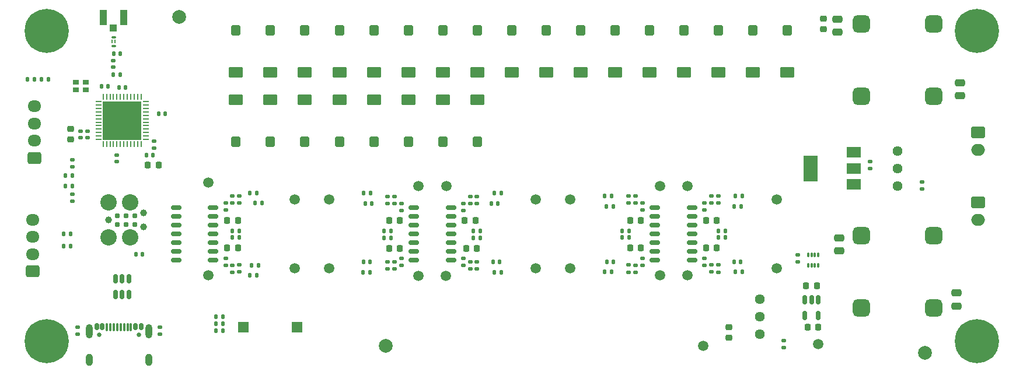
<source format=gbr>
%TF.GenerationSoftware,KiCad,Pcbnew,7.0.9*%
%TF.CreationDate,2024-04-08T22:34:53+02:00*%
%TF.ProjectId,ElectronicBLETarget,456c6563-7472-46f6-9e69-63424c455461,rev?*%
%TF.SameCoordinates,PX29f6300PY5a995c0*%
%TF.FileFunction,Soldermask,Top*%
%TF.FilePolarity,Negative*%
%FSLAX46Y46*%
G04 Gerber Fmt 4.6, Leading zero omitted, Abs format (unit mm)*
G04 Created by KiCad (PCBNEW 7.0.9) date 2024-04-08 22:34:53*
%MOMM*%
%LPD*%
G01*
G04 APERTURE LIST*
G04 Aperture macros list*
%AMRoundRect*
0 Rectangle with rounded corners*
0 $1 Rounding radius*
0 $2 $3 $4 $5 $6 $7 $8 $9 X,Y pos of 4 corners*
0 Add a 4 corners polygon primitive as box body*
4,1,4,$2,$3,$4,$5,$6,$7,$8,$9,$2,$3,0*
0 Add four circle primitives for the rounded corners*
1,1,$1+$1,$2,$3*
1,1,$1+$1,$4,$5*
1,1,$1+$1,$6,$7*
1,1,$1+$1,$8,$9*
0 Add four rect primitives between the rounded corners*
20,1,$1+$1,$2,$3,$4,$5,0*
20,1,$1+$1,$4,$5,$6,$7,0*
20,1,$1+$1,$6,$7,$8,$9,0*
20,1,$1+$1,$8,$9,$2,$3,0*%
G04 Aperture macros list end*
%ADD10R,1.000000X1.050000*%
%ADD11R,1.050000X2.200000*%
%ADD12RoundRect,0.140000X0.140000X0.170000X-0.140000X0.170000X-0.140000X-0.170000X0.140000X-0.170000X0*%
%ADD13RoundRect,0.187500X-0.862500X0.562500X-0.862500X-0.562500X0.862500X-0.562500X0.862500X0.562500X0*%
%ADD14RoundRect,0.162500X-0.487500X0.587500X-0.487500X-0.587500X0.487500X-0.587500X0.487500X0.587500X0*%
%ADD15RoundRect,0.175000X-0.825000X0.525000X-0.825000X-0.525000X0.825000X-0.525000X0.825000X0.525000X0*%
%ADD16RoundRect,0.150000X-0.450000X0.550000X-0.450000X-0.550000X0.450000X-0.550000X0.450000X0.550000X0*%
%ADD17R,0.900000X0.800000*%
%ADD18RoundRect,0.250000X-0.475000X0.250000X-0.475000X-0.250000X0.475000X-0.250000X0.475000X0.250000X0*%
%ADD19C,2.000000*%
%ADD20RoundRect,0.135000X-0.135000X-0.185000X0.135000X-0.185000X0.135000X0.185000X-0.135000X0.185000X0*%
%ADD21C,1.500000*%
%ADD22RoundRect,0.135000X-0.185000X0.135000X-0.185000X-0.135000X0.185000X-0.135000X0.185000X0.135000X0*%
%ADD23RoundRect,0.187500X0.862500X-0.562500X0.862500X0.562500X-0.862500X0.562500X-0.862500X-0.562500X0*%
%ADD24RoundRect,0.162500X0.487500X-0.587500X0.487500X0.587500X-0.487500X0.587500X-0.487500X-0.587500X0*%
%ADD25RoundRect,0.175000X0.825000X-0.525000X0.825000X0.525000X-0.825000X0.525000X-0.825000X-0.525000X0*%
%ADD26RoundRect,0.150000X0.450000X-0.550000X0.450000X0.550000X-0.450000X0.550000X-0.450000X-0.550000X0*%
%ADD27C,6.400000*%
%ADD28RoundRect,0.135000X0.135000X0.185000X-0.135000X0.185000X-0.135000X-0.185000X0.135000X-0.185000X0*%
%ADD29RoundRect,0.135000X0.185000X-0.135000X0.185000X0.135000X-0.185000X0.135000X-0.185000X-0.135000X0*%
%ADD30C,0.650000*%
%ADD31RoundRect,0.150000X-0.150000X-0.350000X0.150000X-0.350000X0.150000X0.350000X-0.150000X0.350000X0*%
%ADD32RoundRect,0.075000X-0.075000X-0.500000X0.075000X-0.500000X0.075000X0.500000X-0.075000X0.500000X0*%
%ADD33O,1.000000X2.100000*%
%ADD34O,1.000000X1.800000*%
%ADD35C,2.374900*%
%ADD36C,0.990600*%
%ADD37C,0.787400*%
%ADD38RoundRect,0.062500X0.375000X0.062500X-0.375000X0.062500X-0.375000X-0.062500X0.375000X-0.062500X0*%
%ADD39RoundRect,0.062500X0.062500X0.375000X-0.062500X0.375000X-0.062500X-0.375000X0.062500X-0.375000X0*%
%ADD40R,5.600000X5.600000*%
%ADD41RoundRect,0.225000X-0.250000X0.225000X-0.250000X-0.225000X0.250000X-0.225000X0.250000X0.225000X0*%
%ADD42RoundRect,0.147500X0.172500X-0.147500X0.172500X0.147500X-0.172500X0.147500X-0.172500X-0.147500X0*%
%ADD43R,2.000000X1.500000*%
%ADD44R,2.000000X3.800000*%
%ADD45R,1.500000X1.500000*%
%ADD46RoundRect,0.250000X0.725000X-0.600000X0.725000X0.600000X-0.725000X0.600000X-0.725000X-0.600000X0*%
%ADD47O,1.950000X1.700000*%
%ADD48RoundRect,0.050000X0.100000X-0.285000X0.100000X0.285000X-0.100000X0.285000X-0.100000X-0.285000X0*%
%ADD49RoundRect,0.225000X-0.225000X-0.250000X0.225000X-0.250000X0.225000X0.250000X-0.225000X0.250000X0*%
%ADD50RoundRect,0.147500X0.147500X0.172500X-0.147500X0.172500X-0.147500X-0.172500X0.147500X-0.172500X0*%
%ADD51RoundRect,0.225000X0.225000X0.250000X-0.225000X0.250000X-0.225000X-0.250000X0.225000X-0.250000X0*%
%ADD52RoundRect,0.068750X0.281250X-0.068750X0.281250X0.068750X-0.281250X0.068750X-0.281250X-0.068750X0*%
%ADD53RoundRect,0.062500X0.062500X-0.162500X0.062500X0.162500X-0.062500X0.162500X-0.062500X-0.162500X0*%
%ADD54RoundRect,0.140000X-0.170000X0.140000X-0.170000X-0.140000X0.170000X-0.140000X0.170000X0.140000X0*%
%ADD55RoundRect,0.150000X-0.600000X-0.150000X0.600000X-0.150000X0.600000X0.150000X-0.600000X0.150000X0*%
%ADD56RoundRect,0.250000X-0.750000X0.600000X-0.750000X-0.600000X0.750000X-0.600000X0.750000X0.600000X0*%
%ADD57O,2.000000X1.700000*%
%ADD58RoundRect,0.140000X-0.140000X-0.170000X0.140000X-0.170000X0.140000X0.170000X-0.140000X0.170000X0*%
%ADD59RoundRect,0.625000X0.625000X0.625000X-0.625000X0.625000X-0.625000X-0.625000X0.625000X-0.625000X0*%
%ADD60RoundRect,0.150000X0.600000X0.150000X-0.600000X0.150000X-0.600000X-0.150000X0.600000X-0.150000X0*%
%ADD61RoundRect,0.250000X0.475000X-0.250000X0.475000X0.250000X-0.475000X0.250000X-0.475000X-0.250000X0*%
%ADD62C,1.440000*%
%ADD63RoundRect,0.150000X-0.150000X0.512500X-0.150000X-0.512500X0.150000X-0.512500X0.150000X0.512500X0*%
%ADD64RoundRect,0.150000X0.150000X-0.512500X0.150000X0.512500X-0.150000X0.512500X-0.150000X-0.512500X0*%
G04 APERTURE END LIST*
D10*
%TO.C,J4*%
X14727500Y50437500D03*
D11*
X13252500Y51962500D03*
X16202500Y51962500D03*
%TD*%
D12*
%TO.C,C41*%
X36250000Y25000000D03*
X35290000Y25000000D03*
%TD*%
D13*
%TO.C,D13*%
X102500000Y43950000D03*
D14*
X102500000Y50050000D03*
D15*
X102500000Y43950000D03*
D16*
X102500000Y50050000D03*
%TD*%
D12*
%TO.C,C37*%
X105750000Y24500000D03*
X104790000Y24500000D03*
%TD*%
D17*
%TO.C,X1*%
X10680000Y42550000D03*
X9280000Y42550000D03*
X9280000Y41450000D03*
X10680000Y41450000D03*
%TD*%
D18*
%TO.C,C20*%
X120000000Y19950000D03*
X120000000Y18050000D03*
%TD*%
D19*
%TO.C,FM2*%
X24250000Y52000000D03*
%TD*%
D20*
%TO.C,R18*%
X53955000Y20960000D03*
X54975000Y20960000D03*
%TD*%
D21*
%TO.C,TP23*%
X28500000Y28000000D03*
%TD*%
D20*
%TO.C,R23*%
X53955000Y19960000D03*
X54975000Y19960000D03*
%TD*%
D22*
%TO.C,R55*%
X101490000Y26010000D03*
X101490000Y24990000D03*
%TD*%
D23*
%TO.C,D20*%
X57500000Y40050000D03*
D24*
X57500000Y33950000D03*
D25*
X57500000Y40050000D03*
D26*
X57500000Y33950000D03*
%TD*%
D27*
%TO.C,H2*%
X5000000Y5000000D03*
%TD*%
D13*
%TO.C,D4*%
X62500000Y43950000D03*
D14*
X62500000Y50050000D03*
D15*
X62500000Y43950000D03*
D16*
X62500000Y50050000D03*
%TD*%
D21*
%TO.C,TP10*%
X76025000Y25500000D03*
%TD*%
D27*
%TO.C,H4*%
X140000000Y5000000D03*
%TD*%
D28*
%TO.C,R63*%
X33010000Y21000000D03*
X31990000Y21000000D03*
%TD*%
D29*
%TO.C,R26*%
X67475000Y15450000D03*
X67475000Y16470000D03*
%TD*%
D12*
%TO.C,C39*%
X35730000Y16000000D03*
X34770000Y16000000D03*
%TD*%
D30*
%TO.C,J6*%
X12630000Y5925000D03*
X18410000Y5925000D03*
D31*
X12320000Y7075000D03*
X13120000Y7075000D03*
D32*
X14270000Y7000000D03*
X15270000Y7000000D03*
X15770000Y7000000D03*
X16770000Y7000000D03*
D31*
X17920000Y7075000D03*
X18720000Y7075000D03*
X18720000Y7075000D03*
X17920000Y7075000D03*
D32*
X17270000Y7000000D03*
X16270000Y7000000D03*
X14770000Y7000000D03*
X13770000Y7000000D03*
D31*
X13120000Y7075000D03*
X12320000Y7075000D03*
D33*
X11200000Y6425000D03*
D34*
X11200000Y2245000D03*
D33*
X19840000Y6425000D03*
D34*
X19840000Y2245000D03*
%TD*%
D19*
%TO.C,FM1*%
X132500000Y3250000D03*
%TD*%
D21*
%TO.C,TP3*%
X117000000Y4500000D03*
%TD*%
D22*
%TO.C,R49*%
X100490000Y17020000D03*
X100490000Y16000000D03*
%TD*%
D21*
%TO.C,TP20*%
X41000000Y15500000D03*
%TD*%
D35*
%TO.C,J3*%
X13980000Y25080000D03*
D36*
X13980000Y22540000D03*
D35*
X13980000Y20000000D03*
X17155000Y25080000D03*
X17155000Y20000000D03*
D36*
X19060000Y23556000D03*
X19060000Y21524000D03*
D37*
X15250000Y21905000D03*
X15250000Y23175000D03*
X16520000Y21905000D03*
X16520000Y23175000D03*
X17790000Y21905000D03*
X17790000Y23175000D03*
%TD*%
D29*
%TO.C,R30*%
X66475000Y15440000D03*
X66475000Y16460000D03*
%TD*%
D22*
%TO.C,R20*%
X55525000Y25970000D03*
X55525000Y24950000D03*
%TD*%
D28*
%TO.C,R53*%
X103500000Y21000000D03*
X102480000Y21000000D03*
%TD*%
D21*
%TO.C,TP1*%
X100250000Y4250000D03*
%TD*%
D22*
%TO.C,R40*%
X90490000Y26010000D03*
X90490000Y24990000D03*
%TD*%
D38*
%TO.C,U1*%
X19417500Y34250000D03*
X19417500Y34750000D03*
X19417500Y35250000D03*
X19417500Y35750000D03*
X19417500Y36250000D03*
X19417500Y36750000D03*
X19417500Y37250000D03*
X19417500Y37750000D03*
X19417500Y38250000D03*
X19417500Y38750000D03*
X19417500Y39250000D03*
X19417500Y39750000D03*
D39*
X18730000Y40437500D03*
X18230000Y40437500D03*
X17730000Y40437500D03*
X17230000Y40437500D03*
X16730000Y40437500D03*
X16230000Y40437500D03*
X15730000Y40437500D03*
X15230000Y40437500D03*
X14730000Y40437500D03*
X14230000Y40437500D03*
X13730000Y40437500D03*
X13230000Y40437500D03*
D38*
X12542500Y39750000D03*
X12542500Y39250000D03*
X12542500Y38750000D03*
X12542500Y38250000D03*
X12542500Y37750000D03*
X12542500Y37250000D03*
X12542500Y36750000D03*
X12542500Y36250000D03*
X12542500Y35750000D03*
X12542500Y35250000D03*
X12542500Y34750000D03*
X12542500Y34250000D03*
D39*
X13230000Y33562500D03*
X13730000Y33562500D03*
X14230000Y33562500D03*
X14730000Y33562500D03*
X15230000Y33562500D03*
X15730000Y33562500D03*
X16230000Y33562500D03*
X16730000Y33562500D03*
X17230000Y33562500D03*
X17730000Y33562500D03*
X18230000Y33562500D03*
X18730000Y33562500D03*
D40*
X15980000Y37000000D03*
%TD*%
D28*
%TO.C,R27*%
X70985000Y14960000D03*
X69965000Y14960000D03*
%TD*%
D13*
%TO.C,D8*%
X52500000Y43950000D03*
D14*
X52500000Y50050000D03*
D15*
X52500000Y43950000D03*
D16*
X52500000Y50050000D03*
%TD*%
D41*
%TO.C,C1*%
X117750000Y51775000D03*
X117750000Y50225000D03*
%TD*%
D42*
%TO.C,L1*%
X14727500Y44717500D03*
X14727500Y45687500D03*
%TD*%
D43*
%TO.C,U6*%
X122150000Y27750000D03*
X122150000Y30050000D03*
D44*
X115850000Y30050000D03*
D43*
X122150000Y32350000D03*
%TD*%
D45*
%TO.C,SW1*%
X33600000Y7000000D03*
X41400000Y7000000D03*
%TD*%
D46*
%TO.C,J2*%
X3250000Y31560000D03*
D47*
X3250000Y34060000D03*
X3250000Y36560000D03*
X3250000Y39060000D03*
%TD*%
D13*
%TO.C,D9*%
X92500000Y43950000D03*
D14*
X92500000Y50050000D03*
D15*
X92500000Y43950000D03*
D16*
X92500000Y50050000D03*
%TD*%
D20*
%TO.C,R17*%
X51005000Y26460000D03*
X52025000Y26460000D03*
%TD*%
D29*
%TO.C,R45*%
X90490000Y14980000D03*
X90490000Y16000000D03*
%TD*%
D48*
%TO.C,U5*%
X115500000Y16000000D03*
X116000000Y16000000D03*
X116500000Y16000000D03*
X117000000Y16000000D03*
X117000000Y17480000D03*
X116500000Y17480000D03*
X116000000Y17480000D03*
X115500000Y17480000D03*
%TD*%
D21*
%TO.C,TP13*%
X93990000Y27500000D03*
%TD*%
D20*
%TO.C,R37*%
X85980000Y26000000D03*
X87000000Y26000000D03*
%TD*%
D13*
%TO.C,D26*%
X72500000Y43950000D03*
D14*
X72500000Y50050000D03*
D15*
X72500000Y43950000D03*
D16*
X72500000Y50050000D03*
%TD*%
D28*
%TO.C,R52*%
X106000000Y26000000D03*
X104980000Y26000000D03*
%TD*%
D22*
%TO.C,R29*%
X65475000Y16970000D03*
X65475000Y15950000D03*
%TD*%
D49*
%TO.C,C36*%
X100715000Y18500000D03*
X102265000Y18500000D03*
%TD*%
D13*
%TO.C,D7*%
X87500000Y43950000D03*
D14*
X87500000Y50050000D03*
D15*
X87500000Y43950000D03*
D16*
X87500000Y50050000D03*
%TD*%
D13*
%TO.C,D17*%
X112500000Y43950000D03*
D14*
X112500000Y50050000D03*
D15*
X112500000Y43950000D03*
D16*
X112500000Y50050000D03*
%TD*%
D50*
%TO.C,D1*%
X3220000Y43000000D03*
X2250000Y43000000D03*
%TD*%
D20*
%TO.C,R9*%
X29590000Y8500000D03*
X30610000Y8500000D03*
%TD*%
D51*
%TO.C,C26*%
X56250000Y18460000D03*
X54700000Y18460000D03*
%TD*%
D22*
%TO.C,R1*%
X112000000Y5020000D03*
X112000000Y4000000D03*
%TD*%
D29*
%TO.C,R64*%
X31000000Y23990000D03*
X31000000Y25010000D03*
%TD*%
D21*
%TO.C,TP22*%
X41000000Y25500000D03*
%TD*%
D22*
%TO.C,R16*%
X54525000Y25970000D03*
X54525000Y24950000D03*
%TD*%
D20*
%TO.C,R3*%
X7740000Y29000000D03*
X8760000Y29000000D03*
%TD*%
D21*
%TO.C,TP18*%
X110990000Y25500000D03*
%TD*%
D27*
%TO.C,H1*%
X5000000Y50000000D03*
%TD*%
D28*
%TO.C,R32*%
X70985000Y26460000D03*
X69965000Y26460000D03*
%TD*%
D49*
%TO.C,C38*%
X100715000Y22500000D03*
X102265000Y22500000D03*
%TD*%
D28*
%TO.C,R33*%
X67985000Y20960000D03*
X66965000Y20960000D03*
%TD*%
D13*
%TO.C,D10*%
X47500000Y43950000D03*
D14*
X47500000Y50050000D03*
D15*
X47500000Y43950000D03*
D16*
X47500000Y50050000D03*
%TD*%
D19*
%TO.C,FM3*%
X54250000Y4250000D03*
%TD*%
D52*
%TO.C,FLT1*%
X14750000Y47825000D03*
D53*
X14977500Y48437500D03*
D52*
X14750000Y49050000D03*
D53*
X14522500Y48437500D03*
%TD*%
D13*
%TO.C,D11*%
X97500000Y43950000D03*
D14*
X97500000Y50050000D03*
D15*
X97500000Y43950000D03*
D16*
X97500000Y50050000D03*
%TD*%
D54*
%TO.C,C7*%
X9980000Y35460000D03*
X9980000Y34500000D03*
%TD*%
D13*
%TO.C,D14*%
X37500000Y43950000D03*
D14*
X37500000Y50050000D03*
D15*
X37500000Y43950000D03*
D16*
X37500000Y50050000D03*
%TD*%
D29*
%TO.C,R46*%
X102490000Y14990000D03*
X102490000Y16010000D03*
%TD*%
D20*
%TO.C,R22*%
X50965000Y14980000D03*
X51985000Y14980000D03*
%TD*%
D18*
%TO.C,C19*%
X119750000Y51700000D03*
X119750000Y49800000D03*
%TD*%
D55*
%TO.C,U9*%
X93290000Y24310000D03*
X93290000Y23040000D03*
X93290000Y21770000D03*
X93290000Y20500000D03*
X93290000Y19230000D03*
X93290000Y17960000D03*
X93290000Y16690000D03*
X98690000Y16690000D03*
X98690000Y17960000D03*
X98690000Y19230000D03*
X98690000Y20500000D03*
X98690000Y21770000D03*
X98690000Y23040000D03*
X98690000Y24310000D03*
%TD*%
D56*
%TO.C,J7*%
X140150000Y25110000D03*
D57*
X140150000Y22610000D03*
%TD*%
D51*
%TO.C,C24*%
X56250000Y22460000D03*
X54700000Y22460000D03*
%TD*%
D56*
%TO.C,J5*%
X140150000Y35270000D03*
D57*
X140150000Y32770000D03*
%TD*%
D28*
%TO.C,R47*%
X105990000Y15000000D03*
X104970000Y15000000D03*
%TD*%
D21*
%TO.C,TP12*%
X80990000Y25500000D03*
%TD*%
D29*
%TO.C,R54*%
X100490000Y23990000D03*
X100490000Y25010000D03*
%TD*%
D58*
%TO.C,C8*%
X15524999Y41750000D03*
X16484999Y41750000D03*
%TD*%
D29*
%TO.C,R56*%
X33000000Y15000000D03*
X33000000Y16020000D03*
%TD*%
D22*
%TO.C,R7*%
X8750000Y31260000D03*
X8750000Y30240000D03*
%TD*%
D12*
%TO.C,C29*%
X70480000Y24960000D03*
X69520000Y24960000D03*
%TD*%
D58*
%TO.C,C33*%
X86290000Y16500000D03*
X87250000Y16500000D03*
%TD*%
D59*
%TO.C,U3*%
X133750000Y9750000D03*
X133750000Y20250000D03*
X123250000Y20250000D03*
X123250000Y9750000D03*
%TD*%
D60*
%TO.C,U10*%
X29200000Y16690000D03*
X29200000Y17960000D03*
X29200000Y19230000D03*
X29200000Y20500000D03*
X29200000Y21770000D03*
X29200000Y23040000D03*
X29200000Y24310000D03*
X23800000Y24310000D03*
X23800000Y23040000D03*
X23800000Y21770000D03*
X23800000Y20500000D03*
X23800000Y19230000D03*
X23800000Y17960000D03*
X23800000Y16690000D03*
%TD*%
D21*
%TO.C,TP15*%
X93990000Y14500000D03*
%TD*%
%TO.C,TP19*%
X97990000Y27500000D03*
%TD*%
D20*
%TO.C,R5*%
X7480000Y20500000D03*
X8500000Y20500000D03*
%TD*%
%TO.C,R42*%
X85980000Y15000000D03*
X87000000Y15000000D03*
%TD*%
D12*
%TO.C,C35*%
X105730000Y16500000D03*
X104770000Y16500000D03*
%TD*%
D58*
%TO.C,C6*%
X19475000Y32000000D03*
X20435000Y32000000D03*
%TD*%
D29*
%TO.C,R41*%
X89490000Y14990000D03*
X89490000Y16010000D03*
%TD*%
D58*
%TO.C,C5*%
X21270000Y38000000D03*
X22230000Y38000000D03*
%TD*%
%TO.C,C13*%
X13000000Y42000000D03*
X13960000Y42000000D03*
%TD*%
D23*
%TO.C,D25*%
X32500000Y40050000D03*
D24*
X32500000Y33950000D03*
D25*
X32500000Y40050000D03*
D26*
X32500000Y33950000D03*
%TD*%
D22*
%TO.C,R24*%
X56475000Y16970000D03*
X56475000Y15950000D03*
%TD*%
D61*
%TO.C,C17*%
X137500000Y40600000D03*
X137500000Y42500000D03*
%TD*%
D21*
%TO.C,TP9*%
X62975000Y14460000D03*
%TD*%
D62*
%TO.C,RV2*%
X128500000Y27500000D03*
X128500000Y30040000D03*
X128500000Y32580000D03*
%TD*%
%TO.C,RV1*%
X108500000Y6000000D03*
X108500000Y8540000D03*
X108500000Y11080000D03*
%TD*%
D21*
%TO.C,TP14*%
X80990000Y15500000D03*
%TD*%
D28*
%TO.C,R48*%
X103500000Y20000000D03*
X102480000Y20000000D03*
%TD*%
D21*
%TO.C,TP11*%
X63000000Y27500000D03*
%TD*%
D13*
%TO.C,D2*%
X67500000Y43950000D03*
D14*
X67500000Y50050000D03*
D15*
X67500000Y43950000D03*
D16*
X67500000Y50050000D03*
%TD*%
D28*
%TO.C,R58*%
X33000000Y20000000D03*
X31980000Y20000000D03*
%TD*%
D23*
%TO.C,D23*%
X42500000Y40050000D03*
D24*
X42500000Y33950000D03*
D25*
X42500000Y40050000D03*
D26*
X42500000Y33950000D03*
%TD*%
D58*
%TO.C,C15*%
X14747500Y46687500D03*
X15707500Y46687500D03*
%TD*%
%TO.C,C14*%
X14727500Y43687500D03*
X15687500Y43687500D03*
%TD*%
D21*
%TO.C,TP7*%
X58975000Y14460000D03*
%TD*%
D22*
%TO.C,R65*%
X32000000Y26010000D03*
X32000000Y24990000D03*
%TD*%
D29*
%TO.C,R34*%
X65475000Y23940000D03*
X65475000Y24960000D03*
%TD*%
D21*
%TO.C,TP21*%
X28500000Y14500000D03*
%TD*%
D51*
%TO.C,C32*%
X91265000Y22500000D03*
X89715000Y22500000D03*
%TD*%
D29*
%TO.C,R8*%
X8790000Y25290000D03*
X8790000Y26310000D03*
%TD*%
D58*
%TO.C,C31*%
X86270000Y24500000D03*
X87230000Y24500000D03*
%TD*%
D22*
%TO.C,R15*%
X132000000Y28060000D03*
X132000000Y27040000D03*
%TD*%
D28*
%TO.C,R62*%
X35510000Y26500000D03*
X34490000Y26500000D03*
%TD*%
D21*
%TO.C,TP6*%
X46025000Y15500000D03*
%TD*%
D51*
%TO.C,C34*%
X91265000Y18500000D03*
X89715000Y18500000D03*
%TD*%
D13*
%TO.C,D5*%
X82500000Y43950000D03*
D14*
X82500000Y50050000D03*
D15*
X82500000Y43950000D03*
D16*
X82500000Y50050000D03*
%TD*%
D49*
%TO.C,C40*%
X31225000Y18500000D03*
X32775000Y18500000D03*
%TD*%
D20*
%TO.C,R4*%
X7730000Y27500000D03*
X8750000Y27500000D03*
%TD*%
D29*
%TO.C,R11*%
X21500000Y5990000D03*
X21500000Y7010000D03*
%TD*%
D21*
%TO.C,TP8*%
X75975000Y15500000D03*
%TD*%
D29*
%TO.C,R12*%
X9500000Y5990000D03*
X9500000Y7010000D03*
%TD*%
D41*
%TO.C,C9*%
X8480000Y35775000D03*
X8480000Y34225000D03*
%TD*%
D29*
%TO.C,R19*%
X56525000Y23940000D03*
X56525000Y24960000D03*
%TD*%
D58*
%TO.C,C11*%
X18000000Y17600000D03*
X18960000Y17600000D03*
%TD*%
D63*
%TO.C,U7*%
X116950000Y11000000D03*
X116000000Y11000000D03*
X115050000Y11000000D03*
X115050000Y8725000D03*
X116950000Y8725000D03*
%TD*%
D22*
%TO.C,R61*%
X33000000Y26010000D03*
X33000000Y24990000D03*
%TD*%
%TO.C,R35*%
X66475000Y25970000D03*
X66475000Y24950000D03*
%TD*%
D58*
%TO.C,C23*%
X51270000Y24960000D03*
X52230000Y24960000D03*
%TD*%
D29*
%TO.C,R50*%
X101490000Y15000000D03*
X101490000Y16020000D03*
%TD*%
D21*
%TO.C,TP4*%
X46025000Y25500000D03*
%TD*%
D22*
%TO.C,R44*%
X91490000Y17020000D03*
X91490000Y16000000D03*
%TD*%
D13*
%TO.C,D6*%
X57500000Y43950000D03*
D14*
X57500000Y50050000D03*
D15*
X57500000Y43950000D03*
D16*
X57500000Y50050000D03*
%TD*%
D29*
%TO.C,R14*%
X124500000Y30040000D03*
X124500000Y31060000D03*
%TD*%
D28*
%TO.C,R57*%
X35500000Y14500000D03*
X34480000Y14500000D03*
%TD*%
D29*
%TO.C,R21*%
X54475000Y15460000D03*
X54475000Y16480000D03*
%TD*%
D20*
%TO.C,R6*%
X7480000Y18750000D03*
X8500000Y18750000D03*
%TD*%
D23*
%TO.C,D22*%
X52500000Y40050000D03*
D24*
X52500000Y33950000D03*
D25*
X52500000Y40050000D03*
D26*
X52500000Y33950000D03*
%TD*%
D59*
%TO.C,U2*%
X133750000Y40500000D03*
X133750000Y51000000D03*
X123250000Y51000000D03*
X123250000Y40500000D03*
%TD*%
D27*
%TO.C,H3*%
X140000000Y50000000D03*
%TD*%
D61*
%TO.C,C18*%
X137000000Y10050000D03*
X137000000Y11950000D03*
%TD*%
D51*
%TO.C,C21*%
X116775000Y13000000D03*
X115225000Y13000000D03*
%TD*%
D28*
%TO.C,R28*%
X67985000Y19960000D03*
X66965000Y19960000D03*
%TD*%
D54*
%TO.C,C12*%
X10980000Y35480000D03*
X10980000Y34520000D03*
%TD*%
D12*
%TO.C,C27*%
X70750000Y16460000D03*
X69790000Y16460000D03*
%TD*%
D13*
%TO.C,D15*%
X107500000Y43950000D03*
D14*
X107500000Y50050000D03*
D15*
X107500000Y43950000D03*
D16*
X107500000Y50050000D03*
%TD*%
D54*
%TO.C,C4*%
X15200000Y31960000D03*
X15200000Y31000000D03*
%TD*%
D23*
%TO.C,D21*%
X47500000Y40050000D03*
D24*
X47500000Y33950000D03*
D25*
X47500000Y40050000D03*
D26*
X47500000Y33950000D03*
%TD*%
D29*
%TO.C,R13*%
X114000000Y16490000D03*
X114000000Y17510000D03*
%TD*%
D49*
%TO.C,C42*%
X31225000Y22500000D03*
X32775000Y22500000D03*
%TD*%
D21*
%TO.C,TP17*%
X98000000Y14500000D03*
%TD*%
D51*
%TO.C,C22*%
X117000000Y7000000D03*
X115450000Y7000000D03*
%TD*%
D22*
%TO.C,R31*%
X67475000Y25970000D03*
X67475000Y24950000D03*
%TD*%
D20*
%TO.C,R10*%
X29600000Y6500000D03*
X30620000Y6500000D03*
%TD*%
D29*
%TO.C,R25*%
X55475000Y15460000D03*
X55475000Y16480000D03*
%TD*%
D23*
%TO.C,D24*%
X37500000Y40050000D03*
D24*
X37500000Y33950000D03*
D25*
X37500000Y40050000D03*
D26*
X37500000Y33950000D03*
%TD*%
D54*
%TO.C,C10*%
X20600000Y33980000D03*
X20600000Y33020000D03*
%TD*%
D20*
%TO.C,R43*%
X88480000Y20000000D03*
X89500000Y20000000D03*
%TD*%
D55*
%TO.C,U8*%
X58300000Y24310000D03*
X58300000Y23040000D03*
X58300000Y21770000D03*
X58300000Y20500000D03*
X58300000Y19230000D03*
X58300000Y17960000D03*
X58300000Y16690000D03*
X63700000Y16690000D03*
X63700000Y17960000D03*
X63700000Y19230000D03*
X63700000Y20500000D03*
X63700000Y21770000D03*
X63700000Y23040000D03*
X63700000Y24310000D03*
%TD*%
D49*
%TO.C,C30*%
X65700000Y22460000D03*
X67250000Y22460000D03*
%TD*%
D23*
%TO.C,D19*%
X62500000Y40050000D03*
D24*
X62500000Y33950000D03*
D25*
X62500000Y40050000D03*
D26*
X62500000Y33950000D03*
%TD*%
D58*
%TO.C,C16*%
X29620000Y7500000D03*
X30580000Y7500000D03*
%TD*%
%TO.C,C25*%
X51020000Y16480000D03*
X51980000Y16480000D03*
%TD*%
D22*
%TO.C,R51*%
X102490000Y26010000D03*
X102490000Y24990000D03*
%TD*%
D21*
%TO.C,TP16*%
X110990000Y15500000D03*
%TD*%
D49*
%TO.C,C3*%
X19725000Y30500000D03*
X21275000Y30500000D03*
%TD*%
D64*
%TO.C,U4*%
X15050000Y11725000D03*
X16000000Y11725000D03*
X16950000Y11725000D03*
X16950000Y14000000D03*
X16000000Y14000000D03*
X15050000Y14000000D03*
%TD*%
D13*
%TO.C,D12*%
X42500000Y43950000D03*
D14*
X42500000Y50050000D03*
D15*
X42500000Y43950000D03*
D16*
X42500000Y50050000D03*
%TD*%
D46*
%TO.C,J1*%
X2990000Y15110000D03*
D47*
X2990000Y17610000D03*
X2990000Y20110000D03*
X2990000Y22610000D03*
%TD*%
D13*
%TO.C,D3*%
X77500000Y43950000D03*
D14*
X77500000Y50050000D03*
D15*
X77500000Y43950000D03*
D16*
X77500000Y50050000D03*
%TD*%
D20*
%TO.C,R2*%
X4240000Y43000000D03*
X5260000Y43000000D03*
%TD*%
D29*
%TO.C,R39*%
X91490000Y23990000D03*
X91490000Y25010000D03*
%TD*%
D41*
%TO.C,C2*%
X104000000Y7000000D03*
X104000000Y5450000D03*
%TD*%
D49*
%TO.C,C28*%
X65925000Y18460000D03*
X67475000Y18460000D03*
%TD*%
D29*
%TO.C,R60*%
X31990000Y14980000D03*
X31990000Y16000000D03*
%TD*%
D13*
%TO.C,D16*%
X32500000Y43950000D03*
D14*
X32500000Y50050000D03*
D15*
X32500000Y43950000D03*
D16*
X32500000Y50050000D03*
%TD*%
D22*
%TO.C,R59*%
X31000000Y17010000D03*
X31000000Y15990000D03*
%TD*%
%TO.C,R36*%
X89490000Y26010000D03*
X89490000Y24990000D03*
%TD*%
D21*
%TO.C,TP5*%
X59000000Y27500000D03*
%TD*%
D23*
%TO.C,D18*%
X67500000Y40050000D03*
D24*
X67500000Y33950000D03*
D25*
X67500000Y40050000D03*
D26*
X67500000Y33950000D03*
%TD*%
D20*
%TO.C,R38*%
X88480000Y21000000D03*
X89500000Y21000000D03*
%TD*%
M02*

</source>
